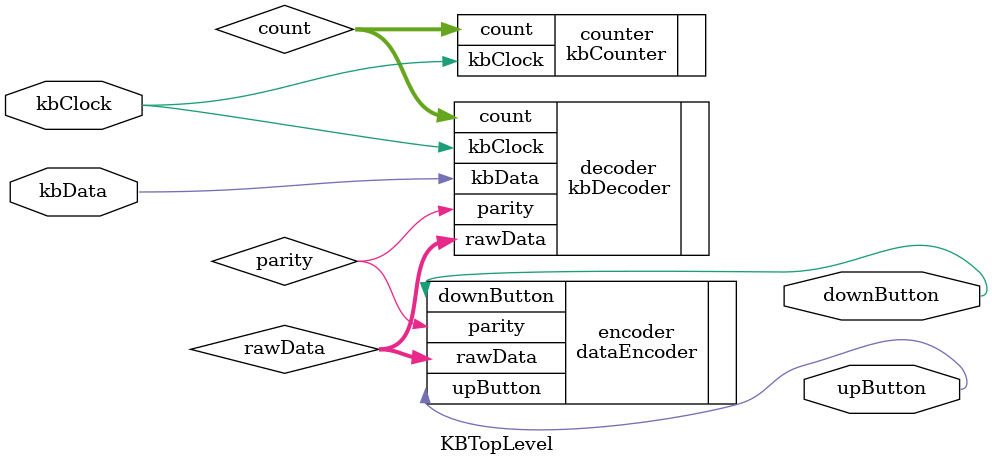
<source format=sv>
module KBTopLevel(input logic kbData, kbClock, output logic upButton, downButton);

logic parity;
logic [3:0] count;
logic [7:0] rawData;

kbCounter counter(.kbClock(kbClock), .count(count));

kbDecoder decoder(.kbData(kbData), .kbClock(kbClock), .count(count), .parity(parity), .rawData(rawData));

dataEncoder encoder(.rawData(rawData), .parity(parity), .upButton(upButton), .downButton(downButton));

endmodule 
</source>
